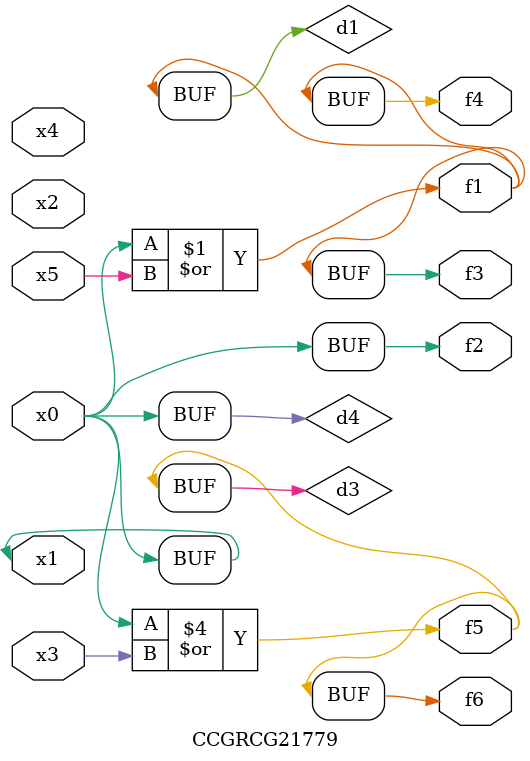
<source format=v>
module CCGRCG21779(
	input x0, x1, x2, x3, x4, x5,
	output f1, f2, f3, f4, f5, f6
);

	wire d1, d2, d3, d4;

	or (d1, x0, x5);
	xnor (d2, x1, x4);
	or (d3, x0, x3);
	buf (d4, x0, x1);
	assign f1 = d1;
	assign f2 = d4;
	assign f3 = d1;
	assign f4 = d1;
	assign f5 = d3;
	assign f6 = d3;
endmodule

</source>
